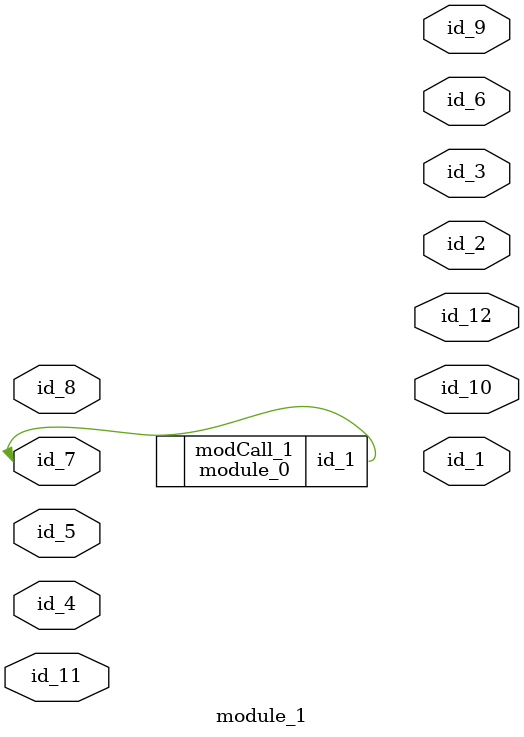
<source format=v>
module module_0 (
    id_1
);
  inout wire id_1;
  wire id_2, \id_3 ;
endmodule
module module_1 (
    id_1,
    id_2,
    id_3,
    id_4,
    id_5,
    id_6,
    id_7,
    id_8,
    id_9,
    id_10,
    id_11,
    id_12
);
  output wire id_12;
  inout wire id_11;
  output wire id_10;
  output wire id_9;
  input wire id_8;
  inout wire id_7;
  output wire id_6;
  inout wire id_5;
  inout wire id_4;
  output wire id_3;
  output wire id_2;
  output wire id_1;
  wire id_13, id_14;
  module_0 modCall_1 (id_7);
endmodule

</source>
